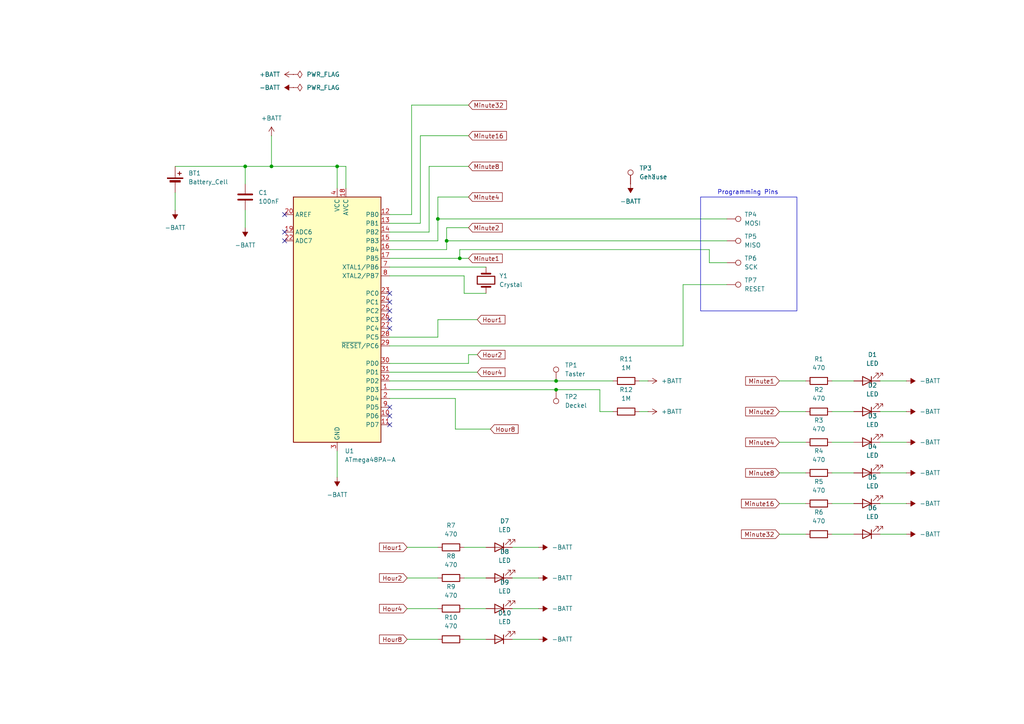
<source format=kicad_sch>
(kicad_sch (version 20231120) (generator "eeschema") (generator_version "8.0")
  (paper "A4")
  (lib_symbols
    (symbol "Connector:TestPoint" (pin_numbers hide) (pin_names (offset 0.762) hide)
      (property "Reference" "TP" (at 0 6.858 0))
      (property "Value" "TestPoint" (at 0 5.08 0))
      (symbol "TestPoint_0_1"
        (circle (center 0 3.302) (radius 0.762))
      )
      (symbol "TestPoint_1_1"
        (pin passive line (at 0 0 90) (length 2.54) (name "1") (number "1"))
      )
    )
    (symbol "Device:Battery_Cell" (pin_numbers hide) (pin_names (offset 0) hide)
      (property "Reference" "BT" (at 2.54 2.54 0))
      (property "Value" "Battery_Cell" (at 2.54 0 0))
      (symbol "Battery_Cell_0_1"
        (rectangle (start -2.286 1.778) (end 2.286 1.524) (fill (type outline)))
        (rectangle (start -1.524 1.016) (end 1.524 0.508) (fill (type outline)))
        (polyline (pts (xy 0 0.762) (xy 0 0)))
        (polyline (pts (xy 0 1.778) (xy 0 2.54)))
        (polyline (pts (xy 0.762 3.048) (xy 1.778 3.048)) (stroke (width 0.254)))
        (polyline (pts (xy 1.27 3.556) (xy 1.27 2.54)) (stroke (width 0.254)))
      )
      (symbol "Battery_Cell_1_1"
        (pin passive line (at 0 5.08 270) (length 2.54) (name "+") (number "1"))
        (pin passive line (at 0 -2.54 90) (length 2.54) (name "-") (number "2"))
      )
    )
    (symbol "Device:C" (pin_numbers hide) (pin_names (offset 0.254))
      (property "Reference" "C" (at 0.635 2.54 0))
      (property "Value" "C" (at 0.635 -2.54 0))
      (symbol "C_0_1"
        (polyline (pts (xy -2.032 -0.762) (xy 2.032 -0.762)) (stroke (width 0.508)))
        (polyline (pts (xy -2.032 0.762) (xy 2.032 0.762)) (stroke (width 0.508)))
      )
      (symbol "C_1_1"
        (pin passive line (at 0 3.81 270) (length 2.794) (name "~") (number "1"))
        (pin passive line (at 0 -3.81 90) (length 2.794) (name "~") (number "2"))
      )
    )
    (symbol "Device:Crystal" (pin_numbers hide) (pin_names (offset 1.016) hide)
      (property "Reference" "Y" (at 0 3.81 0))
      (property "Value" "Crystal" (at 0 -3.81 0))
      (symbol "Crystal_0_1"
        (rectangle (start -1.143 2.54) (end 1.143 -2.54) (stroke (width 0.3048)))
        (polyline (pts (xy -2.54 0) (xy -1.905 0)))
        (polyline (pts (xy -1.905 -1.27) (xy -1.905 1.27)) (stroke (width 0.508)))
        (polyline (pts (xy 1.905 -1.27) (xy 1.905 1.27)) (stroke (width 0.508)))
        (polyline (pts (xy 2.54 0) (xy 1.905 0)))
      )
      (symbol "Crystal_1_1"
        (pin passive line (at -3.81 0 0) (length 1.27) (name "1") (number "1"))
        (pin passive line (at 3.81 0 180) (length 1.27) (name "2") (number "2"))
      )
    )
    (symbol "Device:LED" (pin_numbers hide) (pin_names (offset 1.016) hide)
      (property "Reference" "D" (at 0 2.54 0))
      (property "Value" "LED" (at 0 -2.54 0))
      (symbol "LED_0_1"
        (polyline (pts (xy -1.27 -1.27) (xy -1.27 1.27)) (stroke (width 0.254)))
        (polyline (pts (xy -1.27 0) (xy 1.27 0)))
        (polyline (pts (xy 1.27 -1.27) (xy 1.27 1.27) (xy -1.27 0) (xy 1.27 -1.27)) (stroke (width 0.254)))
        (polyline (pts (xy -3.048 -0.762) (xy -4.572 -2.286) (xy -3.81 -2.286) (xy -4.572 -2.286) (xy -4.572 -1.524)))
        (polyline (pts (xy -1.778 -0.762) (xy -3.302 -2.286) (xy -2.54 -2.286) (xy -3.302 -2.286) (xy -3.302 -1.524)))
      )
      (symbol "LED_1_1"
        (pin passive line (at -3.81 0 0) (length 2.54) (name "K") (number "1"))
        (pin passive line (at 3.81 0 180) (length 2.54) (name "A") (number "2"))
      )
    )
    (symbol "Device:R" (pin_numbers hide) (pin_names (offset 0))
      (property "Reference" "R" (at 2.032 0 90))
      (property "Value" "R" (at 0 0 90))
      (symbol "R_0_1"
        (rectangle (start -1.016 -2.54) (end 1.016 2.54) (stroke (width 0.254)))
      )
      (symbol "R_1_1"
        (pin passive line (at 0 3.81 270) (length 1.27) (name "~") (number "1"))
        (pin passive line (at 0 -3.81 90) (length 1.27) (name "~") (number "2"))
      )
    )
    (symbol "MCU_Microchip_ATmega:ATmega48PA-A"
      (property "Reference" "U" (at -12.7 36.83 0))
      (property "Value" "ATmega48PA-A" (at 2.54 -36.83 0))
      (symbol "ATmega48PA-A_0_1"
        (rectangle (start -12.7 -35.56) (end 12.7 35.56) (stroke (width 0.254)) (fill (type background)))
      )
      (symbol "ATmega48PA-A_1_1"
        (pin bidirectional line (at 15.24 -20.32 180) (length 2.54) (name "PD3") (number "1"))
        (pin bidirectional line (at 15.24 -27.94 180) (length 2.54) (name "PD6") (number "10"))
        (pin bidirectional line (at 15.24 -30.48 180) (length 2.54) (name "PD7") (number "11"))
        (pin bidirectional line (at 15.24 30.48 180) (length 2.54) (name "PB0") (number "12"))
        (pin bidirectional line (at 15.24 27.94 180) (length 2.54) (name "PB1") (number "13"))
        (pin bidirectional line (at 15.24 25.4 180) (length 2.54) (name "PB2") (number "14"))
        (pin bidirectional line (at 15.24 22.86 180) (length 2.54) (name "PB3") (number "15"))
        (pin bidirectional line (at 15.24 20.32 180) (length 2.54) (name "PB4") (number "16"))
        (pin bidirectional line (at 15.24 17.78 180) (length 2.54) (name "PB5") (number "17"))
        (pin power_in line (at 2.54 38.1 270) (length 2.54) (name "AVCC") (number "18"))
        (pin input line (at -15.24 25.4 0) (length 2.54) (name "ADC6") (number "19"))
        (pin bidirectional line (at 15.24 -22.86 180) (length 2.54) (name "PD4") (number "2"))
        (pin passive line (at -15.24 30.48 0) (length 2.54) (name "AREF") (number "20"))
        (pin passive line (at 0 -38.1 90) (length 2.54) hide (name "GND") (number "21"))
        (pin input line (at -15.24 22.86 0) (length 2.54) (name "ADC7") (number "22"))
        (pin bidirectional line (at 15.24 7.62 180) (length 2.54) (name "PC0") (number "23"))
        (pin bidirectional line (at 15.24 5.08 180) (length 2.54) (name "PC1") (number "24"))
        (pin bidirectional line (at 15.24 2.54 180) (length 2.54) (name "PC2") (number "25"))
        (pin bidirectional line (at 15.24 0 180) (length 2.54) (name "PC3") (number "26"))
        (pin bidirectional line (at 15.24 -2.54 180) (length 2.54) (name "PC4") (number "27"))
        (pin bidirectional line (at 15.24 -5.08 180) (length 2.54) (name "PC5") (number "28"))
        (pin bidirectional line (at 15.24 -7.62 180) (length 2.54) (name "~{RESET}/PC6") (number "29"))
        (pin power_in line (at 0 -38.1 90) (length 2.54) (name "GND") (number "3"))
        (pin bidirectional line (at 15.24 -12.7 180) (length 2.54) (name "PD0") (number "30"))
        (pin bidirectional line (at 15.24 -15.24 180) (length 2.54) (name "PD1") (number "31"))
        (pin bidirectional line (at 15.24 -17.78 180) (length 2.54) (name "PD2") (number "32"))
        (pin power_in line (at 0 38.1 270) (length 2.54) (name "VCC") (number "4"))
        (pin passive line (at 0 -38.1 90) (length 2.54) hide (name "GND") (number "5"))
        (pin passive line (at 0 38.1 270) (length 2.54) hide (name "VCC") (number "6"))
        (pin bidirectional line (at 15.24 15.24 180) (length 2.54) (name "XTAL1/PB6") (number "7"))
        (pin bidirectional line (at 15.24 12.7 180) (length 2.54) (name "XTAL2/PB7") (number "8"))
        (pin bidirectional line (at 15.24 -25.4 180) (length 2.54) (name "PD5") (number "9"))
      )
    )
    (symbol "power:+BATT" (power) (pin_numbers hide) (pin_names (offset 0) hide)
      (property "Value" "+BATT" (at 0 3.556 0))
      (symbol "+BATT_0_1"
        (polyline (pts (xy -0.762 1.27) (xy 0 2.54)))
        (polyline (pts (xy 0 0) (xy 0 2.54)))
        (polyline (pts (xy 0 2.54) (xy 0.762 1.27)))
      )
      (symbol "+BATT_1_1"
        (pin power_in line (at 0 0 90) (length 0) (name "~") (number "1"))
      )
    )
    (symbol "power:-BATT" (power) (pin_numbers hide) (pin_names (offset 0) hide)
      (property "Value" "-BATT" (at 0 3.556 0))
      (symbol "-BATT_0_1"
        (polyline (pts (xy 0 0) (xy 0 2.54)))
        (polyline (pts (xy 0.762 1.27) (xy -0.762 1.27) (xy 0 2.54) (xy 0.762 1.27)) (fill (type outline)))
      )
      (symbol "-BATT_1_1"
        (pin power_in line (at 0 0 90) (length 0) (name "~") (number "1"))
      )
    )
    (symbol "power:PWR_FLAG" (power) (pin_numbers hide) (pin_names (offset 0) hide)
      (property "Value" "PWR_FLAG" (at 0 3.81 0))
      (symbol "PWR_FLAG_0_0"
        (pin power_out line (at 0 0 90) (length 0) (name "~") (number "1"))
      )
      (symbol "PWR_FLAG_0_1"
        (polyline (pts (xy 0 0) (xy 0 1.27) (xy -1.016 1.905) (xy 0 2.54) (xy 1.016 1.905) (xy 0 1.27)))
      )
    )
  )
  (junction (at 127 63.5))
  (junction (at 71.12 48.26))
  (junction (at 97.79 48.26))
  (junction (at 133.35 74.93))
  (junction (at 161.29 110.49))
  (junction (at 78.74 48.26))
  (junction (at 161.29 113.03))
  (junction (at 129.54 69.85))
  (no_connect (at 113.03 123.19))
  (no_connect (at 82.55 62.23))
  (no_connect (at 113.03 90.17))
  (no_connect (at 113.03 118.11))
  (no_connect (at 113.03 95.25))
  (no_connect (at 113.03 120.65))
  (no_connect (at 113.03 87.63))
  (no_connect (at 113.03 92.71))
  (no_connect (at 113.03 85.09))
  (no_connect (at 82.55 69.85))
  (no_connect (at 82.55 67.31))
  (wire (pts (xy 205.74 76.2) (xy 210.82 76.2)))
  (wire (pts (xy 135.89 105.41) (xy 135.89 102.87)))
  (wire (pts (xy 129.54 72.39) (xy 129.54 69.85)))
  (wire (pts (xy 113.03 64.77) (xy 121.92 64.77)))
  (wire (pts (xy 113.03 72.39) (xy 129.54 72.39)))
  (wire (pts (xy 148.59 185.42) (xy 156.21 185.42)))
  (wire (pts (xy 226.06 146.05) (xy 233.68 146.05)))
  (wire (pts (xy 148.59 167.64) (xy 156.21 167.64)))
  (wire (pts (xy 255.27 110.49) (xy 262.89 110.49)))
  (wire (pts (xy 118.11 158.75) (xy 127 158.75)))
  (wire (pts (xy 50.8 55.88) (xy 50.8 60.96)))
  (wire (pts (xy 185.42 119.38) (xy 187.96 119.38)))
  (wire (pts (xy 241.3 154.94) (xy 247.65 154.94)))
  (wire (pts (xy 113.03 69.85) (xy 127 69.85)))
  (wire (pts (xy 241.3 146.05) (xy 247.65 146.05)))
  (wire (pts (xy 113.03 62.23) (xy 119.38 62.23)))
  (wire (pts (xy 226.06 119.38) (xy 233.68 119.38)))
  (wire (pts (xy 113.03 105.41) (xy 135.89 105.41)))
  (wire (pts (xy 132.08 124.46) (xy 132.08 115.57)))
  (wire (pts (xy 255.27 119.38) (xy 262.89 119.38)))
  (wire (pts (xy 119.38 30.48) (xy 135.89 30.48)))
  (wire (pts (xy 118.11 176.53) (xy 127 176.53)))
  (wire (pts (xy 255.27 154.94) (xy 262.89 154.94)))
  (wire (pts (xy 173.99 113.03) (xy 173.99 119.38)))
  (wire (pts (xy 124.46 48.26) (xy 135.89 48.26)))
  (wire (pts (xy 173.99 119.38) (xy 177.8 119.38)))
  (wire (pts (xy 127 97.79) (xy 127 92.71)))
  (wire (pts (xy 226.06 128.27) (xy 233.68 128.27)))
  (wire (pts (xy 133.35 72.39) (xy 205.74 72.39)))
  (wire (pts (xy 97.79 130.81) (xy 97.79 138.43)))
  (wire (pts (xy 226.06 154.94) (xy 233.68 154.94)))
  (wire (pts (xy 134.62 158.75) (xy 140.97 158.75)))
  (wire (pts (xy 129.54 69.85) (xy 210.82 69.85)))
  (wire (pts (xy 129.54 69.85) (xy 129.54 66.04)))
  (wire (pts (xy 255.27 137.16) (xy 262.89 137.16)))
  (wire (pts (xy 100.33 48.26) (xy 100.33 54.61)))
  (wire (pts (xy 134.62 85.09) (xy 140.97 85.09)))
  (wire (pts (xy 113.03 77.47) (xy 140.97 77.47)))
  (wire (pts (xy 113.03 113.03) (xy 161.29 113.03)))
  (wire (pts (xy 226.06 110.49) (xy 233.68 110.49)))
  (wire (pts (xy 129.54 66.04) (xy 135.89 66.04)))
  (wire (pts (xy 161.29 113.03) (xy 173.99 113.03)))
  (wire (pts (xy 134.62 80.01) (xy 134.62 85.09)))
  (wire (pts (xy 113.03 100.33) (xy 198.12 100.33)))
  (wire (pts (xy 50.8 48.26) (xy 71.12 48.26)))
  (wire (pts (xy 71.12 60.96) (xy 71.12 66.04)))
  (wire (pts (xy 71.12 48.26) (xy 78.74 48.26)))
  (wire (pts (xy 113.03 67.31) (xy 124.46 67.31)))
  (wire (pts (xy 148.59 158.75) (xy 156.21 158.75)))
  (wire (pts (xy 205.74 72.39) (xy 205.74 76.2)))
  (wire (pts (xy 185.42 110.49) (xy 187.96 110.49)))
  (wire (pts (xy 124.46 67.31) (xy 124.46 48.26)))
  (wire (pts (xy 142.24 124.46) (xy 132.08 124.46)))
  (wire (pts (xy 148.59 176.53) (xy 156.21 176.53)))
  (wire (pts (xy 241.3 137.16) (xy 247.65 137.16)))
  (wire (pts (xy 255.27 146.05) (xy 262.89 146.05)))
  (wire (pts (xy 127 63.5) (xy 127 69.85)))
  (wire (pts (xy 121.92 39.37) (xy 135.89 39.37)))
  (wire (pts (xy 135.89 102.87) (xy 138.43 102.87)))
  (wire (pts (xy 113.03 97.79) (xy 127 97.79)))
  (wire (pts (xy 119.38 62.23) (xy 119.38 30.48)))
  (wire (pts (xy 133.35 74.93) (xy 133.35 72.39)))
  (wire (pts (xy 113.03 74.93) (xy 133.35 74.93)))
  (wire (pts (xy 133.35 74.93) (xy 135.89 74.93)))
  (wire (pts (xy 226.06 137.16) (xy 233.68 137.16)))
  (wire (pts (xy 97.79 48.26) (xy 100.33 48.26)))
  (wire (pts (xy 127 92.71) (xy 138.43 92.71)))
  (wire (pts (xy 127 63.5) (xy 210.82 63.5)))
  (wire (pts (xy 97.79 48.26) (xy 97.79 54.61)))
  (wire (pts (xy 78.74 48.26) (xy 97.79 48.26)))
  (wire (pts (xy 118.11 185.42) (xy 127 185.42)))
  (wire (pts (xy 241.3 119.38) (xy 247.65 119.38)))
  (wire (pts (xy 134.62 185.42) (xy 140.97 185.42)))
  (wire (pts (xy 134.62 176.53) (xy 140.97 176.53)))
  (wire (pts (xy 241.3 110.49) (xy 247.65 110.49)))
  (wire (pts (xy 118.11 167.64) (xy 127 167.64)))
  (wire (pts (xy 198.12 100.33) (xy 198.12 82.55)))
  (wire (pts (xy 121.92 64.77) (xy 121.92 39.37)))
  (wire (pts (xy 161.29 110.49) (xy 177.8 110.49)))
  (wire (pts (xy 255.27 128.27) (xy 262.89 128.27)))
  (wire (pts (xy 113.03 80.01) (xy 134.62 80.01)))
  (wire (pts (xy 132.08 115.57) (xy 113.03 115.57)))
  (wire (pts (xy 71.12 48.26) (xy 71.12 53.34)))
  (wire (pts (xy 198.12 82.55) (xy 210.82 82.55)))
  (wire (pts (xy 78.74 39.37) (xy 78.74 48.26)))
  (wire (pts (xy 134.62 167.64) (xy 140.97 167.64)))
  (wire (pts (xy 113.03 107.95) (xy 138.43 107.95)))
  (wire (pts (xy 127 57.15) (xy 127 63.5)))
  (wire (pts (xy 113.03 110.49) (xy 161.29 110.49)))
  (wire (pts (xy 127 57.15) (xy 135.89 57.15)))
  (wire (pts (xy 241.3 128.27) (xy 247.65 128.27)))
  (rectangle (start 203.2 57.15) (end 231.14 90.17))
  (text "Programming Pins" (at 216.916 55.88 0) (effects (font (size 1.27 1.27))))
  (global_label "Minute4" (shape input) (at 226.06 128.27 180) (property "Intersheetrefs" "${INTERSHEET_REFS}" (effects (hide yes))))
  (global_label "Hour4" (shape input) (at 118.11 176.53 180) (property "Intersheetrefs" "${INTERSHEET_REFS}" (effects (hide yes))))
  (global_label "Hour2" (shape input) (at 118.11 167.64 180) (property "Intersheetrefs" "${INTERSHEET_REFS}" (effects (hide yes))))
  (global_label "Minute1" (shape input) (at 135.89 74.93 0) (property "Intersheetrefs" "${INTERSHEET_REFS}" (effects (hide yes))))
  (global_label "Minute8" (shape input) (at 135.89 48.26 0) (property "Intersheetrefs" "${INTERSHEET_REFS}" (effects (hide yes))))
  (global_label "Minute2" (shape input) (at 135.89 66.04 0) (property "Intersheetrefs" "${INTERSHEET_REFS}" (effects (hide yes))))
  (global_label "Minute16" (shape input) (at 226.06 146.05 180) (property "Intersheetrefs" "${INTERSHEET_REFS}" (effects (hide yes))))
  (global_label "Minute8" (shape input) (at 226.06 137.16 180) (property "Intersheetrefs" "${INTERSHEET_REFS}" (effects (hide yes))))
  (global_label "Minute32" (shape input) (at 226.06 154.94 180) (property "Intersheetrefs" "${INTERSHEET_REFS}" (effects (hide yes))))
  (global_label "Hour1" (shape input) (at 118.11 158.75 180) (property "Intersheetrefs" "${INTERSHEET_REFS}" (effects (hide yes))))
  (global_label "Minute2" (shape input) (at 226.06 119.38 180) (property "Intersheetrefs" "${INTERSHEET_REFS}" (effects (hide yes))))
  (global_label "Hour4" (shape input) (at 138.43 107.95 0) (property "Intersheetrefs" "${INTERSHEET_REFS}" (effects (hide yes))))
  (global_label "Minute32" (shape input) (at 135.89 30.48 0) (property "Intersheetrefs" "${INTERSHEET_REFS}" (effects (hide yes))))
  (global_label "Minute16" (shape input) (at 135.89 39.37 0) (property "Intersheetrefs" "${INTERSHEET_REFS}" (effects (hide yes))))
  (global_label "Hour1" (shape input) (at 138.43 92.71 0) (property "Intersheetrefs" "${INTERSHEET_REFS}" (effects (hide yes))))
  (global_label "Hour8" (shape input) (at 142.24 124.46 0) (property "Intersheetrefs" "${INTERSHEET_REFS}" (effects (hide yes))))
  (global_label "Hour8" (shape input) (at 118.11 185.42 180) (property "Intersheetrefs" "${INTERSHEET_REFS}" (effects (hide yes))))
  (global_label "Minute4" (shape input) (at 135.89 57.15 0) (property "Intersheetrefs" "${INTERSHEET_REFS}" (effects (hide yes))))
  (global_label "Hour2" (shape input) (at 138.43 102.87 0) (property "Intersheetrefs" "${INTERSHEET_REFS}" (effects (hide yes))))
  (global_label "Minute1" (shape input) (at 226.06 110.49 180) (property "Intersheetrefs" "${INTERSHEET_REFS}" (effects (hide yes))))
  (symbol (lib_id "Device:R") (at 130.81 176.53 90) (unit 1)
    (property "Reference" "R9" (at 130.81 170.18 90))
    (property "Value" "470" (at 130.81 172.72 90))
    (property "Footprint" "Resistor_SMD:R_0805_2012Metric_Pad1.20x1.40mm_HandSolder" (effects (hide yes)))
    (property "Description" "Resistor" (effects (hide yes)))
  )
  (symbol (lib_id "power:-BATT") (at 50.8 60.96 180) (unit 1)
    (property "Reference" "#PWR011" (effects (hide yes)))
    (property "Value" "-BATT" (at 50.8 66.04 0))
    (property "Description" "Power symbol creates a global label with name \"-BATT\"" (effects (hide yes)))
  )
  (symbol (lib_id "Device:LED") (at 251.46 128.27 180) (unit 1)
    (property "Reference" "D3" (at 253.0475 120.65 0))
    (property "Value" "LED" (at 253.0475 123.19 0))
    (property "Footprint" "LED_SMD:LED_0805_2012Metric_Pad1.15x1.40mm_HandSolder" (effects (hide yes)))
    (property "Description" "Light emitting diode" (effects (hide yes)))
  )
  (symbol (lib_id "Device:R") (at 237.49 154.94 90) (unit 1)
    (property "Reference" "R6" (at 237.49 148.59 90))
    (property "Value" "470" (at 237.49 151.13 90))
    (property "Footprint" "Resistor_SMD:R_0805_2012Metric_Pad1.20x1.40mm_HandSolder" (effects (hide yes)))
    (property "Description" "Resistor" (effects (hide yes)))
  )
  (symbol (lib_id "Device:R") (at 237.49 128.27 90) (unit 1)
    (property "Reference" "R3" (at 237.49 121.92 90))
    (property "Value" "470" (at 237.49 124.46 90))
    (property "Footprint" "Resistor_SMD:R_0805_2012Metric_Pad1.20x1.40mm_HandSolder" (effects (hide yes)))
    (property "Description" "Resistor" (effects (hide yes)))
  )
  (symbol (lib_id "power:+BATT") (at 85.09 21.59 90) (unit 1)
    (property "Reference" "#PWR015" (effects (hide yes)))
    (property "Value" "+BATT" (at 81.28 21.5899 90) (effects (justify left)))
    (property "Description" "Power symbol creates a global label with name \"+BATT\"" (effects (hide yes)))
  )
  (symbol (lib_id "power:-BATT") (at 262.89 110.49 270) (unit 1)
    (property "Reference" "#PWR04" (effects (hide yes)))
    (property "Value" "-BATT" (at 266.7 110.4899 90) (effects (justify left)))
    (property "Description" "Power symbol creates a global label with name \"-BATT\"" (effects (hide yes)))
  )
  (symbol (lib_id "Connector:TestPoint") (at 210.82 82.55 270) (unit 1)
    (property "Reference" "TP7" (at 215.9 81.2799 90) (effects (justify left)))
    (property "Value" "RESET" (at 215.9 83.8199 90) (effects (justify left)))
    (property "Footprint" "TestPoint:TestPoint_Pad_1.0x1.0mm" (effects (hide yes)))
    (property "Description" "test point" (effects (hide yes)))
  )
  (symbol (lib_id "Connector:TestPoint") (at 182.88 53.34 0) (unit 1)
    (property "Reference" "TP3" (at 185.42 48.7679 0) (effects (justify left)))
    (property "Value" "Gehäuse" (at 185.42 51.3079 0) (effects (justify left)))
    (property "Footprint" "TestPoint:TestPoint_Pad_2.0x2.0mm" (effects (hide yes)))
    (property "Description" "test point" (effects (hide yes)))
  )
  (symbol (lib_id "Device:R") (at 181.61 110.49 90) (unit 1)
    (property "Reference" "R11" (at 181.61 104.14 90))
    (property "Value" "1M" (at 181.61 106.68 90))
    (property "Footprint" "Resistor_SMD:R_0805_2012Metric_Pad1.20x1.40mm_HandSolder" (effects (hide yes)))
    (property "Description" "Resistor" (effects (hide yes)))
  )
  (symbol (lib_id "power:-BATT") (at 262.89 146.05 270) (unit 1)
    (property "Reference" "#PWR05" (effects (hide yes)))
    (property "Value" "-BATT" (at 266.7 146.0499 90) (effects (justify left)))
    (property "Description" "Power symbol creates a global label with name \"-BATT\"" (effects (hide yes)))
  )
  (symbol (lib_id "power:-BATT") (at 156.21 167.64 270) (unit 1)
    (property "Reference" "#PWR08" (effects (hide yes)))
    (property "Value" "-BATT" (at 160.02 167.6399 90) (effects (justify left)))
    (property "Description" "Power symbol creates a global label with name \"-BATT\"" (effects (hide yes)))
  )
  (symbol (lib_id "power:PWR_FLAG") (at 85.09 25.4 270) (unit 1)
    (property "Reference" "#FLG02" (effects (hide yes)))
    (property "Value" "PWR_FLAG" (at 88.9 25.3999 90) (effects (justify left)))
    (property "Description" "Special symbol for telling ERC where power comes from" (effects (hide yes)))
  )
  (symbol (lib_id "Connector:TestPoint") (at 210.82 69.85 270) (unit 1)
    (property "Reference" "TP5" (at 215.9 68.5799 90) (effects (justify left)))
    (property "Value" "MISO" (at 215.9 71.1199 90) (effects (justify left)))
    (property "Footprint" "TestPoint:TestPoint_Pad_1.0x1.0mm" (effects (hide yes)))
    (property "Description" "test point" (effects (hide yes)))
  )
  (symbol (lib_id "power:-BATT") (at 71.12 66.04 180) (unit 1)
    (property "Reference" "#PWR013" (effects (hide yes)))
    (property "Value" "-BATT" (at 71.12 71.12 0))
    (property "Description" "Power symbol creates a global label with name \"-BATT\"" (effects (hide yes)))
  )
  (symbol (lib_id "Connector:TestPoint") (at 210.82 76.2 270) (unit 1)
    (property "Reference" "TP6" (at 215.9 74.9299 90) (effects (justify left)))
    (property "Value" "SCK" (at 215.9 77.4699 90) (effects (justify left)))
    (property "Footprint" "TestPoint:TestPoint_Pad_1.0x1.0mm" (effects (hide yes)))
    (property "Description" "test point" (effects (hide yes)))
  )
  (symbol (lib_id "Device:LED") (at 251.46 146.05 180) (unit 1)
    (property "Reference" "D5" (at 253.0475 138.43 0))
    (property "Value" "LED" (at 253.0475 140.97 0))
    (property "Footprint" "LED_SMD:LED_0805_2012Metric_Pad1.15x1.40mm_HandSolder" (effects (hide yes)))
    (property "Description" "Light emitting diode" (effects (hide yes)))
  )
  (symbol (lib_id "Device:LED") (at 251.46 110.49 180) (unit 1)
    (property "Reference" "D1" (at 253.0475 102.87 0))
    (property "Value" "LED" (at 253.0475 105.41 0))
    (property "Footprint" "LED_SMD:LED_0805_2012Metric_Pad1.15x1.40mm_HandSolder" (effects (hide yes)))
    (property "Description" "Light emitting diode" (effects (hide yes)))
  )
  (symbol (lib_id "Device:R") (at 237.49 119.38 90) (unit 1)
    (property "Reference" "R2" (at 237.49 113.03 90))
    (property "Value" "470" (at 237.49 115.57 90))
    (property "Footprint" "Resistor_SMD:R_0805_2012Metric_Pad1.20x1.40mm_HandSolder" (effects (hide yes)))
    (property "Description" "Resistor" (effects (hide yes)))
  )
  (symbol (lib_id "Device:R") (at 130.81 185.42 90) (unit 1)
    (property "Reference" "R10" (at 130.81 179.07 90))
    (property "Value" "470" (at 130.81 181.61 90))
    (property "Footprint" "Resistor_SMD:R_0805_2012Metric_Pad1.20x1.40mm_HandSolder" (effects (hide yes)))
    (property "Description" "Resistor" (effects (hide yes)))
  )
  (symbol (lib_id "Device:R") (at 237.49 137.16 90) (unit 1)
    (property "Reference" "R4" (at 237.49 130.81 90))
    (property "Value" "470" (at 237.49 133.35 90))
    (property "Footprint" "Resistor_SMD:R_0805_2012Metric_Pad1.20x1.40mm_HandSolder" (effects (hide yes)))
    (property "Description" "Resistor" (effects (hide yes)))
  )
  (symbol (lib_id "Device:LED") (at 144.78 167.64 180) (unit 1)
    (property "Reference" "D8" (at 146.3675 160.02 0))
    (property "Value" "LED" (at 146.3675 162.56 0))
    (property "Footprint" "LED_SMD:LED_0805_2012Metric_Pad1.15x1.40mm_HandSolder" (effects (hide yes)))
    (property "Description" "Light emitting diode" (effects (hide yes)))
  )
  (symbol (lib_id "power:-BATT") (at 262.89 128.27 270) (unit 1)
    (property "Reference" "#PWR02" (effects (hide yes)))
    (property "Value" "-BATT" (at 266.7 128.2699 90) (effects (justify left)))
    (property "Description" "Power symbol creates a global label with name \"-BATT\"" (effects (hide yes)))
  )
  (symbol (lib_id "power:-BATT") (at 156.21 185.42 270) (unit 1)
    (property "Reference" "#PWR010" (effects (hide yes)))
    (property "Value" "-BATT" (at 160.02 185.4199 90) (effects (justify left)))
    (property "Description" "Power symbol creates a global label with name \"-BATT\"" (effects (hide yes)))
  )
  (symbol (lib_id "power:PWR_FLAG") (at 85.09 21.59 270) (unit 1)
    (property "Reference" "#FLG01" (effects (hide yes)))
    (property "Value" "PWR_FLAG" (at 88.9 21.5899 90) (effects (justify left)))
    (property "Description" "Special symbol for telling ERC where power comes from" (effects (hide yes)))
  )
  (symbol (lib_id "Device:Battery_Cell") (at 50.8 53.34 0) (unit 1)
    (property "Reference" "BT1" (at 54.61 50.2284 0) (effects (justify left)))
    (property "Value" "Battery_Cell" (at 54.61 52.7684 0) (effects (justify left)))
    (property "Footprint" "Battery:BatteryHolder_Keystone_3002_1x2032" (effects (hide yes)))
    (property "Description" "Single-cell battery" (effects (hide yes)))
  )
  (symbol (lib_id "Device:LED") (at 144.78 176.53 180) (unit 1)
    (property "Reference" "D9" (at 146.3675 168.91 0))
    (property "Value" "LED" (at 146.3675 171.45 0))
    (property "Footprint" "LED_SMD:LED_0805_2012Metric_Pad1.15x1.40mm_HandSolder" (effects (hide yes)))
    (property "Description" "Light emitting diode" (effects (hide yes)))
  )
  (symbol (lib_id "Device:R") (at 181.61 119.38 90) (unit 1)
    (property "Reference" "R12" (at 181.61 113.03 90))
    (property "Value" "1M" (at 181.61 115.57 90))
    (property "Footprint" "Resistor_SMD:R_0805_2012Metric_Pad1.20x1.40mm_HandSolder" (effects (hide yes)))
    (property "Description" "Resistor" (effects (hide yes)))
  )
  (symbol (lib_id "Device:Crystal") (at 140.97 81.28 270) (unit 1)
    (property "Reference" "Y1" (at 144.78 80.0099 90) (effects (justify left)))
    (property "Value" "Crystal" (at 144.78 82.5499 90) (effects (justify left)))
    (property "Footprint" "Crystal:Crystal_SMD_MicroCrystal_MS1V-T1K" (effects (hide yes)))
    (property "Description" "Two pin crystal" (effects (hide yes)))
  )
  (symbol (lib_id "Device:R") (at 237.49 146.05 90) (unit 1)
    (property "Reference" "R5" (at 237.49 139.7 90))
    (property "Value" "470" (at 237.49 142.24 90))
    (property "Footprint" "Resistor_SMD:R_0805_2012Metric_Pad1.20x1.40mm_HandSolder" (effects (hide yes)))
    (property "Description" "Resistor" (effects (hide yes)))
  )
  (symbol (lib_id "Device:LED") (at 251.46 154.94 180) (unit 1)
    (property "Reference" "D6" (at 253.0475 147.32 0))
    (property "Value" "LED" (at 253.0475 149.86 0))
    (property "Footprint" "LED_SMD:LED_0805_2012Metric_Pad1.15x1.40mm_HandSolder" (effects (hide yes)))
    (property "Description" "Light emitting diode" (effects (hide yes)))
  )
  (symbol (lib_id "Device:C") (at 71.12 57.15 0) (unit 1)
    (property "Reference" "C1" (at 74.93 55.8799 0) (effects (justify left)))
    (property "Value" "100nF" (at 74.93 58.4199 0) (effects (justify left)))
    (property "Footprint" "Capacitor_SMD:C_0805_2012Metric_Pad1.18x1.45mm_HandSolder" (effects (hide yes)))
    (property "Description" "Unpolarized capacitor" (effects (hide yes)))
  )
  (symbol (lib_id "Device:LED") (at 144.78 158.75 180) (unit 1)
    (property "Reference" "D7" (at 146.3675 151.13 0))
    (property "Value" "LED" (at 146.3675 153.67 0))
    (property "Footprint" "LED_SMD:LED_0805_2012Metric_Pad1.15x1.40mm_HandSolder" (effects (hide yes)))
    (property "Description" "Light emitting diode" (effects (hide yes)))
  )
  (symbol (lib_id "power:-BATT") (at 97.79 138.43 180) (unit 1)
    (property "Reference" "#PWR012" (effects (hide yes)))
    (property "Value" "-BATT" (at 97.79 143.51 0))
    (property "Description" "Power symbol creates a global label with name \"-BATT\"" (effects (hide yes)))
  )
  (symbol (lib_id "Device:R") (at 130.81 167.64 90) (unit 1)
    (property "Reference" "R8" (at 130.81 161.29 90))
    (property "Value" "470" (at 130.81 163.83 90))
    (property "Footprint" "Resistor_SMD:R_0805_2012Metric_Pad1.20x1.40mm_HandSolder" (effects (hide yes)))
    (property "Description" "Resistor" (effects (hide yes)))
  )
  (symbol (lib_id "power:-BATT") (at 156.21 158.75 270) (unit 1)
    (property "Reference" "#PWR07" (effects (hide yes)))
    (property "Value" "-BATT" (at 160.02 158.7499 90) (effects (justify left)))
    (property "Description" "Power symbol creates a global label with name \"-BATT\"" (effects (hide yes)))
  )
  (symbol (lib_id "Device:LED") (at 251.46 119.38 180) (unit 1)
    (property "Reference" "D2" (at 253.0475 111.76 0))
    (property "Value" "LED" (at 253.0475 114.3 0))
    (property "Footprint" "LED_SMD:LED_0805_2012Metric_Pad1.15x1.40mm_HandSolder" (effects (hide yes)))
    (property "Description" "Light emitting diode" (effects (hide yes)))
  )
  (symbol (lib_id "power:-BATT") (at 262.89 119.38 270) (unit 1)
    (property "Reference" "#PWR03" (effects (hide yes)))
    (property "Value" "-BATT" (at 266.7 119.3799 90) (effects (justify left)))
    (property "Description" "Power symbol creates a global label with name \"-BATT\"" (effects (hide yes)))
  )
  (symbol (lib_id "power:-BATT") (at 182.88 53.34 180) (unit 1)
    (property "Reference" "#PWR017" (effects (hide yes)))
    (property "Value" "-BATT" (at 182.88 58.42 0))
    (property "Description" "Power symbol creates a global label with name \"-BATT\"" (effects (hide yes)))
  )
  (symbol (lib_id "Device:LED") (at 251.46 137.16 180) (unit 1)
    (property "Reference" "D4" (at 253.0475 129.54 0))
    (property "Value" "LED" (at 253.0475 132.08 0))
    (property "Footprint" "LED_SMD:LED_0805_2012Metric_Pad1.15x1.40mm_HandSolder" (effects (hide yes)))
    (property "Description" "Light emitting diode" (effects (hide yes)))
  )
  (symbol (lib_id "Device:R") (at 130.81 158.75 90) (unit 1)
    (property "Reference" "R7" (at 130.81 152.4 90))
    (property "Value" "470" (at 130.81 154.94 90))
    (property "Footprint" "Resistor_SMD:R_0805_2012Metric_Pad1.20x1.40mm_HandSolder" (effects (hide yes)))
    (property "Description" "Resistor" (effects (hide yes)))
  )
  (symbol (lib_id "power:-BATT") (at 85.09 25.4 90) (unit 1)
    (property "Reference" "#PWR016" (effects (hide yes)))
    (property "Value" "-BATT" (at 81.28 25.3999 90) (effects (justify left)))
    (property "Description" "Power symbol creates a global label with name \"-BATT\"" (effects (hide yes)))
  )
  (symbol (lib_id "MCU_Microchip_ATmega:ATmega48PA-A") (at 97.79 92.71 0) (unit 1)
    (property "Reference" "U1" (at 99.9841 130.81 0) (effects (justify left)))
    (property "Value" "ATmega48PA-A" (at 99.9841 133.35 0) (effects (justify left)))
    (property "Footprint" "Package_QFP:TQFP-32_7x7mm_P0.8mm" (effects (hide yes)))
    (property "Datasheet" "http://ww1.microchip.com/downloads/en/DeviceDoc/ATmega48PA_88PA_168PA-Data-Sheet-40002011A.pdf" (effects (hide yes)))
    (property "Description" "20MHz, 4kB Flash, 512B SRAM, 256B EEPROM, TQFP-32" (effects (hide yes)))
  )
  (symbol (lib_id "power:+BATT") (at 187.96 110.49 270) (unit 1)
    (property "Reference" "#PWR018" (effects (hide yes)))
    (property "Value" "+BATT" (at 191.77 110.4899 90) (effects (justify left)))
    (property "Description" "Power symbol creates a global label with name \"+BATT\"" (effects (hide yes)))
  )
  (symbol (lib_id "Connector:TestPoint") (at 161.29 113.03 180) (unit 1)
    (property "Reference" "TP2" (at 163.83 115.0619 0) (effects (justify right)))
    (property "Value" "Deckel" (at 163.83 117.6019 0) (effects (justify right)))
    (property "Footprint" "TestPoint:TestPoint_Pad_4.0x4.0mm" (effects (hide yes)))
    (property "Description" "test point" (effects (hide yes)))
  )
  (symbol (lib_id "Device:LED") (at 144.78 185.42 180) (unit 1)
    (property "Reference" "D10" (at 146.3675 177.8 0))
    (property "Value" "LED" (at 146.3675 180.34 0))
    (property "Footprint" "LED_SMD:LED_0805_2012Metric_Pad1.15x1.40mm_HandSolder" (effects (hide yes)))
    (property "Description" "Light emitting diode" (effects (hide yes)))
  )
  (symbol (lib_id "Connector:TestPoint") (at 161.29 110.49 0) (unit 1)
    (property "Reference" "TP1" (at 163.83 105.9179 0) (effects (justify left)))
    (property "Value" "Taster" (at 163.83 108.4579 0) (effects (justify left)))
    (property "Footprint" "TestPoint:TestPoint_Pad_4.0x4.0mm" (effects (hide yes)))
    (property "Description" "test point" (effects (hide yes)))
  )
  (symbol (lib_id "power:-BATT") (at 156.21 176.53 270) (unit 1)
    (property "Reference" "#PWR09" (effects (hide yes)))
    (property "Value" "-BATT" (at 160.02 176.5299 90) (effects (justify left)))
    (property "Description" "Power symbol creates a global label with name \"-BATT\"" (effects (hide yes)))
  )
  (symbol (lib_id "Device:R") (at 237.49 110.49 90) (unit 1)
    (property "Reference" "R1" (at 237.49 104.14 90))
    (property "Value" "470" (at 237.49 106.68 90))
    (property "Footprint" "Resistor_SMD:R_0805_2012Metric_Pad1.20x1.40mm_HandSolder" (effects (hide yes)))
    (property "Description" "Resistor" (effects (hide yes)))
  )
  (symbol (lib_id "power:+BATT") (at 187.96 119.38 270) (unit 1)
    (property "Reference" "#PWR019" (effects (hide yes)))
    (property "Value" "+BATT" (at 191.77 119.3799 90) (effects (justify left)))
    (property "Description" "Power symbol creates a global label with name \"+BATT\"" (effects (hide yes)))
  )
  (symbol (lib_id "power:-BATT") (at 262.89 137.16 270) (unit 1)
    (property "Reference" "#PWR01" (effects (hide yes)))
    (property "Value" "-BATT" (at 266.7 137.1599 90) (effects (justify left)))
    (property "Description" "Power symbol creates a global label with name \"-BATT\"" (effects (hide yes)))
  )
  (symbol (lib_id "power:-BATT") (at 262.89 154.94 270) (unit 1)
    (property "Reference" "#PWR06" (effects (hide yes)))
    (property "Value" "-BATT" (at 266.7 154.9399 90) (effects (justify left)))
    (property "Description" "Power symbol creates a global label with name \"-BATT\"" (effects (hide yes)))
  )
  (symbol (lib_id "Connector:TestPoint") (at 210.82 63.5 270) (unit 1)
    (property "Reference" "TP4" (at 215.9 62.2299 90) (effects (justify left)))
    (property "Value" "MOSI" (at 215.9 64.7699 90) (effects (justify left)))
    (property "Footprint" "TestPoint:TestPoint_Pad_1.0x1.0mm" (effects (hide yes)))
    (property "Description" "test point" (effects (hide yes)))
  )
  (symbol (lib_id "power:+BATT") (at 78.74 39.37 0) (unit 1)
    (property "Reference" "#PWR014" (effects (hide yes)))
    (property "Value" "+BATT" (at 78.74 34.29 0))
    (property "Description" "Power symbol creates a global label with name \"+BATT\"" (effects (hide yes)))
  )
)
</source>
